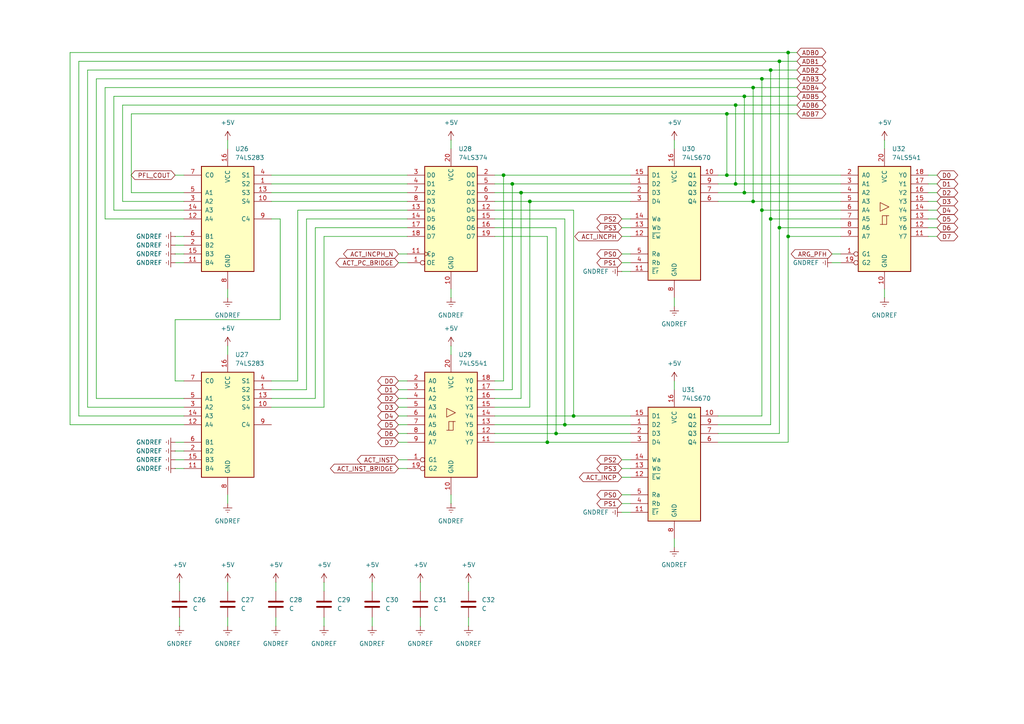
<source format=kicad_sch>
(kicad_sch (version 20250114) (generator "eeschema") (generator_version "9.0")
  (paper "A4")
  (title_block (title "Osnova8 CPU") (date "2025-12-03"))
  (lib_symbols
    (symbol "74xx:74LS283" (pin_names (offset 1.016))
      (property "Reference" "U" (at -7.62 16.51 0))
      (property "Value" "74LS283" (at -7.62 -16.51 0))
      (symbol "74LS283_1_0"
        (pin input line (at -12.7 12.7 0) (length 5.08) (name "C0") (number "7"))
        (pin input line (at -12.7 7.62 0) (length 5.08) (name "A1") (number "5"))
        (pin input line (at -12.7 5.08 0) (length 5.08) (name "A2") (number "3"))
        (pin input line (at -12.7 2.54 0) (length 5.08) (name "A3") (number "14"))
        (pin input line (at -12.7 0 0) (length 5.08) (name "A4") (number "12"))
        (pin input line (at -12.7 -5.08 0) (length 5.08) (name "B1") (number "6"))
        (pin input line (at -12.7 -7.62 0) (length 5.08) (name "B2") (number "2"))
        (pin input line (at -12.7 -10.16 0) (length 5.08) (name "B3") (number "15"))
        (pin input line (at -12.7 -12.7 0) (length 5.08) (name "B4") (number "11"))
        (pin power_in line (at 0 20.32 270) (length 5.08) (name "VCC") (number "16"))
        (pin power_in line (at 0 -20.32 90) (length 5.08) (name "GND") (number "8"))
        (pin output line (at 12.7 12.7 180) (length 5.08) (name "S1") (number "4"))
        (pin output line (at 12.7 10.16 180) (length 5.08) (name "S2") (number "1"))
        (pin output line (at 12.7 7.62 180) (length 5.08) (name "S3") (number "13"))
        (pin output line (at 12.7 5.08 180) (length 5.08) (name "S4") (number "10"))
        (pin output line (at 12.7 0 180) (length 5.08) (name "C4") (number "9"))
      )
      (symbol "74LS283_1_1"
        (rectangle (start -7.62 15.24) (end 7.62 -15.24) (stroke (width 0.254)) (fill (type background)))
      )
    )
    (symbol "74xx:74LS374"
      (property "Reference" "U" (at -7.62 16.51 0))
      (property "Value" "74LS374" (at -7.62 -16.51 0))
      (symbol "74LS374_1_0"
        (pin input line (at -12.7 12.7 0) (length 5.08) (name "D0") (number "3"))
        (pin input line (at -12.7 10.16 0) (length 5.08) (name "D1") (number "4"))
        (pin input line (at -12.7 7.62 0) (length 5.08) (name "D2") (number "7"))
        (pin input line (at -12.7 5.08 0) (length 5.08) (name "D3") (number "8"))
        (pin input line (at -12.7 2.54 0) (length 5.08) (name "D4") (number "13"))
        (pin input line (at -12.7 0 0) (length 5.08) (name "D5") (number "14"))
        (pin input line (at -12.7 -2.54 0) (length 5.08) (name "D6") (number "17"))
        (pin input line (at -12.7 -5.08 0) (length 5.08) (name "D7") (number "18"))
        (pin input clock (at -12.7 -10.16 0) (length 5.08) (name "Cp") (number "11"))
        (pin input inverted (at -12.7 -12.7 0) (length 5.08) (name "OE") (number "1"))
        (pin power_in line (at 0 20.32 270) (length 5.08) (name "VCC") (number "20"))
        (pin power_in line (at 0 -20.32 90) (length 5.08) (name "GND") (number "10"))
        (pin tri_state line (at 12.7 12.7 180) (length 5.08) (name "O0") (number "2"))
        (pin tri_state line (at 12.7 10.16 180) (length 5.08) (name "O1") (number "5"))
        (pin tri_state line (at 12.7 7.62 180) (length 5.08) (name "O2") (number "6"))
        (pin tri_state line (at 12.7 5.08 180) (length 5.08) (name "O3") (number "9"))
        (pin tri_state line (at 12.7 2.54 180) (length 5.08) (name "O4") (number "12"))
        (pin tri_state line (at 12.7 0 180) (length 5.08) (name "O5") (number "15"))
        (pin tri_state line (at 12.7 -2.54 180) (length 5.08) (name "O6") (number "16"))
        (pin tri_state line (at 12.7 -5.08 180) (length 5.08) (name "O7") (number "19"))
      )
      (symbol "74LS374_1_1"
        (rectangle (start -7.62 15.24) (end 7.62 -15.24) (stroke (width 0.254)) (fill (type background)))
      )
    )
    (symbol "74xx:74LS541" (pin_names (offset 1.016))
      (property "Reference" "U" (at -7.62 16.51 0))
      (property "Value" "74LS541" (at -7.62 -16.51 0))
      (symbol "74LS541_1_0"
        (polyline (pts (xy -1.27 -1.6002) (xy 0.635 -1.6002) (xy 0.635 0.9398) (xy 1.27 0.9398)))
        (polyline (pts (xy -0.635 -1.6002) (xy -0.635 0.9398) (xy 0.635 0.9398)))
        (polyline (pts (xy 1.27 3.4798) (xy -1.27 4.7498) (xy -1.27 2.2098) (xy 1.27 3.4798)) (stroke (width 0.1524)))
        (pin input line (at -12.7 12.7 0) (length 5.08) (name "A0") (number "2"))
        (pin input line (at -12.7 10.16 0) (length 5.08) (name "A1") (number "3"))
        (pin input line (at -12.7 7.62 0) (length 5.08) (name "A2") (number "4"))
        (pin input line (at -12.7 5.08 0) (length 5.08) (name "A3") (number "5"))
        (pin input line (at -12.7 2.54 0) (length 5.08) (name "A4") (number "6"))
        (pin input line (at -12.7 0 0) (length 5.08) (name "A5") (number "7"))
        (pin input line (at -12.7 -2.54 0) (length 5.08) (name "A6") (number "8"))
        (pin input line (at -12.7 -5.08 0) (length 5.08) (name "A7") (number "9"))
        (pin input inverted (at -12.7 -10.16 0) (length 5.08) (name "G1") (number "1"))
        (pin input inverted (at -12.7 -12.7 0) (length 5.08) (name "G2") (number "19"))
        (pin power_in line (at 0 20.32 270) (length 5.08) (name "VCC") (number "20"))
        (pin power_in line (at 0 -20.32 90) (length 5.08) (name "GND") (number "10"))
        (pin tri_state line (at 12.7 12.7 180) (length 5.08) (name "Y0") (number "18"))
        (pin tri_state line (at 12.7 10.16 180) (length 5.08) (name "Y1") (number "17"))
        (pin tri_state line (at 12.7 7.62 180) (length 5.08) (name "Y2") (number "16"))
        (pin tri_state line (at 12.7 5.08 180) (length 5.08) (name "Y3") (number "15"))
        (pin tri_state line (at 12.7 2.54 180) (length 5.08) (name "Y4") (number "14"))
        (pin tri_state line (at 12.7 0 180) (length 5.08) (name "Y5") (number "13"))
        (pin tri_state line (at 12.7 -2.54 180) (length 5.08) (name "Y6") (number "12"))
        (pin tri_state line (at 12.7 -5.08 180) (length 5.08) (name "Y7") (number "11"))
      )
      (symbol "74LS541_1_1"
        (rectangle (start -7.62 15.24) (end 7.62 -15.24) (stroke (width 0.254)) (fill (type background)))
      )
    )
    (symbol "74xx:74LS670" (pin_names (offset 1.016))
      (property "Reference" "U" (at -7.62 16.51 0))
      (property "Value" "74LS670" (at -7.62 -19.05 0))
      (symbol "74LS670_1_0"
        (pin input line (at -12.7 12.7 0) (length 5.08) (name "D1") (number "15"))
        (pin input line (at -12.7 10.16 0) (length 5.08) (name "D2") (number "1"))
        (pin input line (at -12.7 7.62 0) (length 5.08) (name "D3") (number "2"))
        (pin input line (at -12.7 5.08 0) (length 5.08) (name "D4") (number "3"))
        (pin input line (at -12.7 0 0) (length 5.08) (name "Wa") (number "14"))
        (pin input line (at -12.7 -2.54 0) (length 5.08) (name "Wb") (number "13"))
        (pin input line (at -12.7 -5.08 0) (length 5.08) (name "~{Ew}") (number "12"))
        (pin input line (at -12.7 -10.16 0) (length 5.08) (name "Ra") (number "5"))
        (pin input line (at -12.7 -12.7 0) (length 5.08) (name "Rb") (number "4"))
        (pin input line (at -12.7 -15.24 0) (length 5.08) (name "~{Er}") (number "11"))
        (pin power_in line (at 0 20.32 270) (length 5.08) (name "VCC") (number "16"))
        (pin power_in line (at 0 -22.86 90) (length 5.08) (name "GND") (number "8"))
        (pin tri_state line (at 12.7 12.7 180) (length 5.08) (name "Q1") (number "10"))
        (pin tri_state line (at 12.7 10.16 180) (length 5.08) (name "Q2") (number "9"))
        (pin tri_state line (at 12.7 7.62 180) (length 5.08) (name "Q3") (number "7"))
        (pin tri_state line (at 12.7 5.08 180) (length 5.08) (name "Q4") (number "6"))
      )
      (symbol "74LS670_1_1"
        (rectangle (start -7.62 15.24) (end 7.62 -17.78) (stroke (width 0.254)) (fill (type background)))
      )
    )
    (symbol "Device:C" (pin_numbers (hide yes)) (pin_names (offset 0.254))
      (property "Reference" "C" (at 0.635 2.54 0))
      (property "Value" "C" (at 0.635 -2.54 0))
      (symbol "C_0_1"
        (polyline (pts (xy -2.032 0.762) (xy 2.032 0.762)) (stroke (width 0.508)))
        (polyline (pts (xy -2.032 -0.762) (xy 2.032 -0.762)) (stroke (width 0.508)))
      )
      (symbol "C_1_1"
        (pin passive line (at 0 3.81 270) (length 2.794) (name "~") (number "1"))
        (pin passive line (at 0 -3.81 90) (length 2.794) (name "~") (number "2"))
      )
    )
    (symbol "power:+5V" (power) (pin_numbers (hide yes)) (pin_names (offset 0) (hide yes))
      (property "Value" "+5V" (at 0 3.556 0))
      (symbol "+5V_0_1"
        (polyline (pts (xy -0.762 1.27) (xy 0 2.54)))
        (polyline (pts (xy 0 2.54) (xy 0.762 1.27)))
        (polyline (pts (xy 0 0) (xy 0 2.54)))
      )
      (symbol "+5V_1_1"
        (pin power_in line (at 0 0 90) (length 0) (name "~") (number "1"))
      )
    )
    (symbol "power:GNDREF" (power) (pin_numbers (hide yes)) (pin_names (offset 0) (hide yes))
      (property "Value" "GNDREF" (at 0 -3.81 0))
      (symbol "GNDREF_0_1"
        (polyline (pts (xy -0.635 -1.905) (xy 0.635 -1.905)))
        (polyline (pts (xy -0.127 -2.54) (xy 0.127 -2.54)))
        (polyline (pts (xy 0 -1.27) (xy 0 0)))
        (polyline (pts (xy 1.27 -1.27) (xy -1.27 -1.27)))
      )
      (symbol "GNDREF_1_1"
        (pin power_in line (at 0 0 270) (length 0) (name "~") (number "1"))
      )
    )
  )
  (junction (at 215.9 27.94))
  (junction (at 220.98 60.96))
  (junction (at 158.75 128.27))
  (junction (at 166.37 120.65))
  (junction (at 213.36 53.34))
  (junction (at 215.9 55.88))
  (junction (at 151.13 55.88))
  (junction (at 220.98 22.86))
  (junction (at 228.6 15.24))
  (junction (at 223.52 20.32))
  (junction (at 146.05 50.8))
  (junction (at 163.83 123.19))
  (junction (at 213.36 30.48))
  (junction (at 148.59 53.34))
  (junction (at 218.44 25.4))
  (junction (at 226.06 66.04))
  (junction (at 210.82 50.8))
  (junction (at 218.44 58.42))
  (junction (at 228.6 68.58))
  (junction (at 210.82 33.02))
  (junction (at 226.06 17.78))
  (junction (at 161.29 125.73))
  (junction (at 223.52 63.5))
  (junction (at 153.67 58.42))
  (wire (pts (xy 135.89 168.91) (xy 135.89 171.45)))
  (wire (pts (xy 143.51 115.57) (xy 151.13 115.57)))
  (wire (pts (xy 241.3 76.2) (xy 243.84 76.2)))
  (wire (pts (xy 33.02 60.96) (xy 33.02 27.94)))
  (wire (pts (xy 91.44 115.57) (xy 78.74 115.57)))
  (wire (pts (xy 50.8 135.89) (xy 53.34 135.89)))
  (wire (pts (xy 115.57 73.66) (xy 118.11 73.66)))
  (wire (pts (xy 33.02 27.94) (xy 215.9 27.94)))
  (wire (pts (xy 146.05 50.8) (xy 146.05 110.49)))
  (wire (pts (xy 93.98 68.58) (xy 118.11 68.58)))
  (wire (pts (xy 195.58 110.49) (xy 195.58 113.03)))
  (wire (pts (xy 180.34 138.43) (xy 182.88 138.43)))
  (wire (pts (xy 121.92 168.91) (xy 121.92 171.45)))
  (wire (pts (xy 226.06 125.73) (xy 226.06 66.04)))
  (wire (pts (xy 115.57 120.65) (xy 118.11 120.65)))
  (wire (pts (xy 78.74 110.49) (xy 86.36 110.49)))
  (wire (pts (xy 25.4 118.11) (xy 25.4 20.32)))
  (wire (pts (xy 161.29 66.04) (xy 161.29 125.73)))
  (wire (pts (xy 256.54 83.82) (xy 256.54 86.36)))
  (wire (pts (xy 81.28 63.5) (xy 81.28 92.71)))
  (wire (pts (xy 271.78 58.42) (xy 269.24 58.42)))
  (wire (pts (xy 148.59 113.03) (xy 148.59 53.34)))
  (wire (pts (xy 88.9 63.5) (xy 118.11 63.5)))
  (wire (pts (xy 66.04 83.82) (xy 66.04 86.36)))
  (wire (pts (xy 223.52 20.32) (xy 223.52 63.5)))
  (wire (pts (xy 143.51 50.8) (xy 146.05 50.8)))
  (wire (pts (xy 50.8 68.58) (xy 53.34 68.58)))
  (wire (pts (xy 210.82 50.8) (xy 210.82 33.02)))
  (wire (pts (xy 130.81 83.82) (xy 130.81 86.36)))
  (wire (pts (xy 228.6 15.24) (xy 20.32 15.24)))
  (wire (pts (xy 180.34 133.35) (xy 182.88 133.35)))
  (wire (pts (xy 35.56 30.48) (xy 35.56 58.42)))
  (wire (pts (xy 50.8 110.49) (xy 53.34 110.49)))
  (wire (pts (xy 180.34 63.5) (xy 182.88 63.5)))
  (wire (pts (xy 148.59 53.34) (xy 182.88 53.34)))
  (wire (pts (xy 53.34 60.96) (xy 33.02 60.96)))
  (wire (pts (xy 166.37 120.65) (xy 182.88 120.65)))
  (wire (pts (xy 78.74 55.88) (xy 118.11 55.88)))
  (wire (pts (xy 158.75 128.27) (xy 182.88 128.27)))
  (wire (pts (xy 78.74 118.11) (xy 93.98 118.11)))
  (wire (pts (xy 115.57 133.35) (xy 118.11 133.35)))
  (wire (pts (xy 163.83 123.19) (xy 182.88 123.19)))
  (wire (pts (xy 180.34 78.74) (xy 182.88 78.74)))
  (wire (pts (xy 135.89 179.07) (xy 135.89 181.61)))
  (wire (pts (xy 27.94 115.57) (xy 53.34 115.57)))
  (wire (pts (xy 50.8 73.66) (xy 53.34 73.66)))
  (wire (pts (xy 81.28 92.71) (xy 50.8 92.71)))
  (wire (pts (xy 163.83 63.5) (xy 163.83 123.19)))
  (wire (pts (xy 208.28 50.8) (xy 210.82 50.8)))
  (wire (pts (xy 115.57 76.2) (xy 118.11 76.2)))
  (wire (pts (xy 66.04 168.91) (xy 66.04 171.45)))
  (wire (pts (xy 208.28 58.42) (xy 218.44 58.42)))
  (wire (pts (xy 220.98 120.65) (xy 220.98 60.96)))
  (wire (pts (xy 151.13 115.57) (xy 151.13 55.88)))
  (wire (pts (xy 213.36 30.48) (xy 231.14 30.48)))
  (wire (pts (xy 208.28 120.65) (xy 220.98 120.65)))
  (wire (pts (xy 228.6 68.58) (xy 243.84 68.58)))
  (wire (pts (xy 143.51 63.5) (xy 163.83 63.5)))
  (wire (pts (xy 22.86 120.65) (xy 53.34 120.65)))
  (wire (pts (xy 143.51 120.65) (xy 166.37 120.65)))
  (wire (pts (xy 271.78 66.04) (xy 269.24 66.04)))
  (wire (pts (xy 50.8 50.8) (xy 53.34 50.8)))
  (wire (pts (xy 86.36 110.49) (xy 86.36 60.96)))
  (wire (pts (xy 130.81 40.64) (xy 130.81 43.18)))
  (wire (pts (xy 115.57 123.19) (xy 118.11 123.19)))
  (wire (pts (xy 107.95 179.07) (xy 107.95 181.61)))
  (wire (pts (xy 180.34 148.59) (xy 182.88 148.59)))
  (wire (pts (xy 53.34 123.19) (xy 20.32 123.19)))
  (wire (pts (xy 86.36 60.96) (xy 118.11 60.96)))
  (wire (pts (xy 93.98 179.07) (xy 93.98 181.61)))
  (wire (pts (xy 218.44 58.42) (xy 218.44 25.4)))
  (wire (pts (xy 50.8 76.2) (xy 53.34 76.2)))
  (wire (pts (xy 52.07 168.91) (xy 52.07 171.45)))
  (wire (pts (xy 208.28 53.34) (xy 213.36 53.34)))
  (wire (pts (xy 226.06 66.04) (xy 226.06 17.78)))
  (wire (pts (xy 271.78 68.58) (xy 269.24 68.58)))
  (wire (pts (xy 118.11 66.04) (xy 91.44 66.04)))
  (wire (pts (xy 223.52 123.19) (xy 208.28 123.19)))
  (wire (pts (xy 78.74 53.34) (xy 118.11 53.34)))
  (wire (pts (xy 25.4 20.32) (xy 223.52 20.32)))
  (wire (pts (xy 180.34 68.58) (xy 182.88 68.58)))
  (wire (pts (xy 91.44 66.04) (xy 91.44 115.57)))
  (wire (pts (xy 143.51 123.19) (xy 163.83 123.19)))
  (wire (pts (xy 208.28 55.88) (xy 215.9 55.88)))
  (wire (pts (xy 241.3 73.66) (xy 243.84 73.66)))
  (wire (pts (xy 121.92 179.07) (xy 121.92 181.61)))
  (wire (pts (xy 153.67 58.42) (xy 182.88 58.42)))
  (wire (pts (xy 27.94 22.86) (xy 220.98 22.86)))
  (wire (pts (xy 22.86 17.78) (xy 22.86 120.65)))
  (wire (pts (xy 50.8 71.12) (xy 53.34 71.12)))
  (wire (pts (xy 50.8 92.71) (xy 50.8 110.49)))
  (wire (pts (xy 20.32 123.19) (xy 20.32 15.24)))
  (wire (pts (xy 153.67 118.11) (xy 153.67 58.42)))
  (wire (pts (xy 228.6 68.58) (xy 228.6 15.24)))
  (wire (pts (xy 143.51 55.88) (xy 151.13 55.88)))
  (wire (pts (xy 180.34 143.51) (xy 182.88 143.51)))
  (wire (pts (xy 38.1 33.02) (xy 38.1 55.88)))
  (wire (pts (xy 35.56 30.48) (xy 213.36 30.48)))
  (wire (pts (xy 115.57 110.49) (xy 118.11 110.49)))
  (wire (pts (xy 130.81 143.51) (xy 130.81 146.05)))
  (wire (pts (xy 210.82 33.02) (xy 231.14 33.02)))
  (wire (pts (xy 271.78 50.8) (xy 269.24 50.8)))
  (wire (pts (xy 218.44 25.4) (xy 231.14 25.4)))
  (wire (pts (xy 143.51 118.11) (xy 153.67 118.11)))
  (wire (pts (xy 146.05 50.8) (xy 182.88 50.8)))
  (wire (pts (xy 30.48 63.5) (xy 53.34 63.5)))
  (wire (pts (xy 213.36 53.34) (xy 243.84 53.34)))
  (wire (pts (xy 143.51 113.03) (xy 148.59 113.03)))
  (wire (pts (xy 143.51 128.27) (xy 158.75 128.27)))
  (wire (pts (xy 35.56 58.42) (xy 53.34 58.42)))
  (wire (pts (xy 115.57 118.11) (xy 118.11 118.11)))
  (wire (pts (xy 115.57 115.57) (xy 118.11 115.57)))
  (wire (pts (xy 143.51 53.34) (xy 148.59 53.34)))
  (wire (pts (xy 143.51 110.49) (xy 146.05 110.49)))
  (wire (pts (xy 143.51 68.58) (xy 158.75 68.58)))
  (wire (pts (xy 161.29 125.73) (xy 182.88 125.73)))
  (wire (pts (xy 50.8 133.35) (xy 53.34 133.35)))
  (wire (pts (xy 226.06 66.04) (xy 243.84 66.04)))
  (wire (pts (xy 115.57 125.73) (xy 118.11 125.73)))
  (wire (pts (xy 215.9 27.94) (xy 231.14 27.94)))
  (wire (pts (xy 66.04 100.33) (xy 66.04 102.87)))
  (wire (pts (xy 22.86 17.78) (xy 226.06 17.78)))
  (wire (pts (xy 151.13 55.88) (xy 182.88 55.88)))
  (wire (pts (xy 195.58 156.21) (xy 195.58 158.75)))
  (wire (pts (xy 30.48 25.4) (xy 30.48 63.5)))
  (wire (pts (xy 50.8 128.27) (xy 53.34 128.27)))
  (wire (pts (xy 180.34 146.05) (xy 182.88 146.05)))
  (wire (pts (xy 143.51 125.73) (xy 161.29 125.73)))
  (wire (pts (xy 78.74 58.42) (xy 118.11 58.42)))
  (wire (pts (xy 53.34 118.11) (xy 25.4 118.11)))
  (wire (pts (xy 215.9 27.94) (xy 215.9 55.88)))
  (wire (pts (xy 78.74 113.03) (xy 88.9 113.03)))
  (wire (pts (xy 220.98 60.96) (xy 243.84 60.96)))
  (wire (pts (xy 220.98 22.86) (xy 231.14 22.86)))
  (wire (pts (xy 223.52 63.5) (xy 223.52 123.19)))
  (wire (pts (xy 271.78 60.96) (xy 269.24 60.96)))
  (wire (pts (xy 256.54 40.64) (xy 256.54 43.18)))
  (wire (pts (xy 195.58 40.64) (xy 195.58 43.18)))
  (wire (pts (xy 220.98 60.96) (xy 220.98 22.86)))
  (wire (pts (xy 226.06 17.78) (xy 231.14 17.78)))
  (wire (pts (xy 80.01 179.07) (xy 80.01 181.61)))
  (wire (pts (xy 27.94 22.86) (xy 27.94 115.57)))
  (wire (pts (xy 38.1 33.02) (xy 210.82 33.02)))
  (wire (pts (xy 93.98 118.11) (xy 93.98 68.58)))
  (wire (pts (xy 180.34 73.66) (xy 182.88 73.66)))
  (wire (pts (xy 180.34 135.89) (xy 182.88 135.89)))
  (wire (pts (xy 180.34 76.2) (xy 182.88 76.2)))
  (wire (pts (xy 215.9 55.88) (xy 243.84 55.88)))
  (wire (pts (xy 66.04 40.64) (xy 66.04 43.18)))
  (wire (pts (xy 166.37 60.96) (xy 166.37 120.65)))
  (wire (pts (xy 115.57 128.27) (xy 118.11 128.27)))
  (wire (pts (xy 271.78 55.88) (xy 269.24 55.88)))
  (wire (pts (xy 78.74 50.8) (xy 118.11 50.8)))
  (wire (pts (xy 228.6 128.27) (xy 228.6 68.58)))
  (wire (pts (xy 158.75 68.58) (xy 158.75 128.27)))
  (wire (pts (xy 93.98 168.91) (xy 93.98 171.45)))
  (wire (pts (xy 115.57 113.03) (xy 118.11 113.03)))
  (wire (pts (xy 66.04 143.51) (xy 66.04 146.05)))
  (wire (pts (xy 81.28 63.5) (xy 78.74 63.5)))
  (wire (pts (xy 208.28 128.27) (xy 228.6 128.27)))
  (wire (pts (xy 228.6 15.24) (xy 231.14 15.24)))
  (wire (pts (xy 210.82 50.8) (xy 243.84 50.8)))
  (wire (pts (xy 180.34 66.04) (xy 182.88 66.04)))
  (wire (pts (xy 50.8 130.81) (xy 53.34 130.81)))
  (wire (pts (xy 143.51 60.96) (xy 166.37 60.96)))
  (wire (pts (xy 130.81 100.33) (xy 130.81 102.87)))
  (wire (pts (xy 143.51 58.42) (xy 153.67 58.42)))
  (wire (pts (xy 143.51 66.04) (xy 161.29 66.04)))
  (wire (pts (xy 271.78 53.34) (xy 269.24 53.34)))
  (wire (pts (xy 38.1 55.88) (xy 53.34 55.88)))
  (wire (pts (xy 195.58 86.36) (xy 195.58 88.9)))
  (wire (pts (xy 218.44 58.42) (xy 243.84 58.42)))
  (wire (pts (xy 223.52 63.5) (xy 243.84 63.5)))
  (wire (pts (xy 115.57 135.89) (xy 118.11 135.89)))
  (wire (pts (xy 107.95 168.91) (xy 107.95 171.45)))
  (wire (pts (xy 271.78 63.5) (xy 269.24 63.5)))
  (wire (pts (xy 213.36 53.34) (xy 213.36 30.48)))
  (wire (pts (xy 52.07 179.07) (xy 52.07 181.61)))
  (wire (pts (xy 66.04 179.07) (xy 66.04 181.61)))
  (wire (pts (xy 88.9 113.03) (xy 88.9 63.5)))
  (wire (pts (xy 80.01 168.91) (xy 80.01 171.45)))
  (wire (pts (xy 223.52 20.32) (xy 231.14 20.32)))
  (wire (pts (xy 218.44 25.4) (xy 30.48 25.4)))
  (wire (pts (xy 208.28 125.73) (xy 226.06 125.73)))
  (global_label "ACT_INCP" (shape bidirectional) (at 180.34 138.43 180) (property "Intersheetrefs" "${INTERSHEET_REFS}" (effects (hide yes))))
  (global_label "D7" (shape bidirectional) (at 271.78 68.58 0) (property "Intersheetrefs" "${INTERSHEET_REFS}" (effects (hide yes))))
  (global_label "ADB7" (shape bidirectional) (at 231.14 33.02 0) (property "Intersheetrefs" "${INTERSHEET_REFS}" (effects (hide yes))))
  (global_label "ADB1" (shape bidirectional) (at 231.14 17.78 0) (property "Intersheetrefs" "${INTERSHEET_REFS}" (effects (hide yes))))
  (global_label "D7" (shape bidirectional) (at 115.57 128.27 180) (property "Intersheetrefs" "${INTERSHEET_REFS}" (effects (hide yes))))
  (global_label "PS0" (shape bidirectional) (at 180.34 73.66 180) (property "Intersheetrefs" "${INTERSHEET_REFS}" (effects (hide yes))))
  (global_label "ACT_INCPH_N" (shape bidirectional) (at 115.57 73.66 180) (property "Intersheetrefs" "${INTERSHEET_REFS}" (effects (hide yes))))
  (global_label "D4" (shape bidirectional) (at 271.78 60.96 0) (property "Intersheetrefs" "${INTERSHEET_REFS}" (effects (hide yes))))
  (global_label "PS2" (shape bidirectional) (at 180.34 63.5 180) (property "Intersheetrefs" "${INTERSHEET_REFS}" (effects (hide yes))))
  (global_label "D2" (shape bidirectional) (at 115.57 115.57 180) (property "Intersheetrefs" "${INTERSHEET_REFS}" (effects (hide yes))))
  (global_label "ACT_INST_BRIDGE" (shape bidirectional) (at 115.57 135.89 180) (property "Intersheetrefs" "${INTERSHEET_REFS}" (effects (hide yes))))
  (global_label "D1" (shape bidirectional) (at 115.57 113.03 180) (property "Intersheetrefs" "${INTERSHEET_REFS}" (effects (hide yes))))
  (global_label "D2" (shape bidirectional) (at 271.78 55.88 0) (property "Intersheetrefs" "${INTERSHEET_REFS}" (effects (hide yes))))
  (global_label "ADB3" (shape bidirectional) (at 231.14 22.86 0) (property "Intersheetrefs" "${INTERSHEET_REFS}" (effects (hide yes))))
  (global_label "ADB2" (shape bidirectional) (at 231.14 20.32 0) (property "Intersheetrefs" "${INTERSHEET_REFS}" (effects (hide yes))))
  (global_label "D5" (shape bidirectional) (at 115.57 123.19 180) (property "Intersheetrefs" "${INTERSHEET_REFS}" (effects (hide yes))))
  (global_label "D4" (shape bidirectional) (at 115.57 120.65 180) (property "Intersheetrefs" "${INTERSHEET_REFS}" (effects (hide yes))))
  (global_label "ACT_INST" (shape bidirectional) (at 115.57 133.35 180) (property "Intersheetrefs" "${INTERSHEET_REFS}" (effects (hide yes))))
  (global_label "ACT_INCPH" (shape bidirectional) (at 180.34 68.58 180) (property "Intersheetrefs" "${INTERSHEET_REFS}" (effects (hide yes))))
  (global_label "D1" (shape bidirectional) (at 271.78 53.34 0) (property "Intersheetrefs" "${INTERSHEET_REFS}" (effects (hide yes))))
  (global_label "PS3" (shape bidirectional) (at 180.34 135.89 180) (property "Intersheetrefs" "${INTERSHEET_REFS}" (effects (hide yes))))
  (global_label "ADB5" (shape bidirectional) (at 231.14 27.94 0) (property "Intersheetrefs" "${INTERSHEET_REFS}" (effects (hide yes))))
  (global_label "D6" (shape bidirectional) (at 115.57 125.73 180) (property "Intersheetrefs" "${INTERSHEET_REFS}" (effects (hide yes))))
  (global_label "PS1" (shape bidirectional) (at 180.34 146.05 180) (property "Intersheetrefs" "${INTERSHEET_REFS}" (effects (hide yes))))
  (global_label "D0" (shape bidirectional) (at 115.57 110.49 180) (property "Intersheetrefs" "${INTERSHEET_REFS}" (effects (hide yes))))
  (global_label "ACT_PC_BRIDGE" (shape bidirectional) (at 115.57 76.2 180) (property "Intersheetrefs" "${INTERSHEET_REFS}" (effects (hide yes))))
  (global_label "D6" (shape bidirectional) (at 271.78 66.04 0) (property "Intersheetrefs" "${INTERSHEET_REFS}" (effects (hide yes))))
  (global_label "PS2" (shape bidirectional) (at 180.34 133.35 180) (property "Intersheetrefs" "${INTERSHEET_REFS}" (effects (hide yes))))
  (global_label "PS1" (shape bidirectional) (at 180.34 76.2 180) (property "Intersheetrefs" "${INTERSHEET_REFS}" (effects (hide yes))))
  (global_label "D0" (shape bidirectional) (at 271.78 50.8 0) (property "Intersheetrefs" "${INTERSHEET_REFS}" (effects (hide yes))))
  (global_label "ADB4" (shape bidirectional) (at 231.14 25.4 0) (property "Intersheetrefs" "${INTERSHEET_REFS}" (effects (hide yes))))
  (global_label "ARG_PFH" (shape bidirectional) (at 241.3 73.66 180) (property "Intersheetrefs" "${INTERSHEET_REFS}" (effects (hide yes))))
  (global_label "ADB6" (shape bidirectional) (at 231.14 30.48 0) (property "Intersheetrefs" "${INTERSHEET_REFS}" (effects (hide yes))))
  (global_label "D3" (shape bidirectional) (at 115.57 118.11 180) (property "Intersheetrefs" "${INTERSHEET_REFS}" (effects (hide yes))))
  (global_label "PS3" (shape bidirectional) (at 180.34 66.04 180) (property "Intersheetrefs" "${INTERSHEET_REFS}" (effects (hide yes))))
  (global_label "D3" (shape bidirectional) (at 271.78 58.42 0) (property "Intersheetrefs" "${INTERSHEET_REFS}" (effects (hide yes))))
  (global_label "PFL_COUT" (shape bidirectional) (at 50.8 50.8 180) (property "Intersheetrefs" "${INTERSHEET_REFS}" (effects (hide yes))))
  (global_label "ADB0" (shape bidirectional) (at 231.14 15.24 0) (property "Intersheetrefs" "${INTERSHEET_REFS}" (effects (hide yes))))
  (global_label "D5" (shape bidirectional) (at 271.78 63.5 0) (property "Intersheetrefs" "${INTERSHEET_REFS}" (effects (hide yes))))
  (global_label "PS0" (shape bidirectional) (at 180.34 143.51 180) (property "Intersheetrefs" "${INTERSHEET_REFS}" (effects (hide yes))))
  (symbol (lib_id "power:+5V") (at 80.01 168.91 0) (unit 1)
    (property "Reference" "#PWR0152" (effects (hide yes)))
    (property "Value" "+5V" (at 80.01 163.83 0))
    (property "Description" "Power symbol creates a global label with name \"+5V\"" (effects (hide yes)))
  )
  (symbol (lib_id "power:GNDREF") (at 50.8 128.27 270) (unit 1)
    (property "Reference" "#PWR0140" (effects (hide yes)))
    (property "Value" "GNDREF" (at 47.0353 128.2699 90) (effects (justify right)))
    (property "Description" "Power symbol creates a global label with name \"GNDREF\" , reference supply ground" (effects (hide yes)))
  )
  (symbol (lib_id "power:GNDREF") (at 80.01 181.61 0) (unit 1)
    (property "Reference" "#PWR0153" (effects (hide yes)))
    (property "Value" "GNDREF" (at 80.01 186.69 0))
    (property "Description" "Power symbol creates a global label with name \"GNDREF\" , reference supply ground" (effects (hide yes)))
  )
  (symbol (lib_id "power:GNDREF") (at 107.95 181.61 0) (unit 1)
    (property "Reference" "#PWR0157" (effects (hide yes)))
    (property "Value" "GNDREF" (at 107.95 186.69 0))
    (property "Description" "Power symbol creates a global label with name \"GNDREF\" , reference supply ground" (effects (hide yes)))
  )
  (symbol (lib_id "power:GNDREF") (at 52.07 181.61 0) (unit 1)
    (property "Reference" "#PWR0145" (effects (hide yes)))
    (property "Value" "GNDREF" (at 52.07 186.69 0))
    (property "Description" "Power symbol creates a global label with name \"GNDREF\" , reference supply ground" (effects (hide yes)))
  )
  (symbol (lib_id "power:+5V") (at 107.95 168.91 0) (unit 1)
    (property "Reference" "#PWR0156" (effects (hide yes)))
    (property "Value" "+5V" (at 107.95 163.83 0))
    (property "Description" "Power symbol creates a global label with name \"+5V\"" (effects (hide yes)))
  )
  (symbol (lib_id "Device:C") (at 66.04 175.26 0) (unit 1)
    (property "Reference" "C27" (at 69.85 173.9899 0) (effects (justify left)))
    (property "Value" "C" (at 69.85 176.5299 0) (effects (justify left)))
    (property "Description" "Unpolarized capacitor" (effects (hide yes)))
  )
  (symbol (lib_id "74xx:74LS541") (at 130.81 123.19 0) (unit 1)
    (property "Reference" "U29" (at 132.9533 102.87 0) (effects (justify left)))
    (property "Value" "74LS541" (at 132.9533 105.41 0) (effects (justify left)))
    (property "Datasheet" "http://www.ti.com/lit/gpn/sn74LS541" (effects (hide yes)))
    (property "Description" "8-bit Buffer/Line Driver 3-state outputs" (effects (hide yes)))
  )
  (symbol (lib_id "power:+5V") (at 121.92 168.91 0) (unit 1)
    (property "Reference" "#PWR0158" (effects (hide yes)))
    (property "Value" "+5V" (at 121.92 163.83 0))
    (property "Description" "Power symbol creates a global label with name \"+5V\"" (effects (hide yes)))
  )
  (symbol (lib_id "power:GNDREF") (at 50.8 135.89 270) (unit 1)
    (property "Reference" "#PWR0143" (effects (hide yes)))
    (property "Value" "GNDREF" (at 47.0353 135.8899 90) (effects (justify right)))
    (property "Description" "Power symbol creates a global label with name \"GNDREF\" , reference supply ground" (effects (hide yes)))
  )
  (symbol (lib_id "74xx:74LS670") (at 195.58 63.5 0) (unit 1)
    (property "Reference" "U30" (at 197.7233 43.18 0) (effects (justify left)))
    (property "Value" "74LS670" (at 197.7233 45.72 0) (effects (justify left)))
    (property "Datasheet" "http://www.ti.com/lit/gpn/sn74LS670" (effects (hide yes)))
    (property "Description" "4 x 4 Register Files 3-State Outputs" (effects (hide yes)))
  )
  (symbol (lib_id "Device:C") (at 93.98 175.26 0) (unit 1)
    (property "Reference" "C29" (at 97.79 173.9899 0) (effects (justify left)))
    (property "Value" "C" (at 97.79 176.5299 0) (effects (justify left)))
    (property "Description" "Unpolarized capacitor" (effects (hide yes)))
  )
  (symbol (lib_id "power:GNDREF") (at 50.8 68.58 270) (unit 1)
    (property "Reference" "#PWR0136" (effects (hide yes)))
    (property "Value" "GNDREF" (at 47.0353 68.5799 90) (effects (justify right)))
    (property "Description" "Power symbol creates a global label with name \"GNDREF\" , reference supply ground" (effects (hide yes)))
  )
  (symbol (lib_id "Device:C") (at 52.07 175.26 0) (unit 1)
    (property "Reference" "C26" (at 55.88 173.9899 0) (effects (justify left)))
    (property "Value" "C" (at 55.88 176.5299 0) (effects (justify left)))
    (property "Description" "Unpolarized capacitor" (effects (hide yes)))
  )
  (symbol (lib_id "power:GNDREF") (at 195.58 88.9 0) (unit 1)
    (property "Reference" "#PWR0169" (effects (hide yes)))
    (property "Value" "GNDREF" (at 195.58 93.98 0))
    (property "Description" "Power symbol creates a global label with name \"GNDREF\" , reference supply ground" (effects (hide yes)))
  )
  (symbol (lib_id "power:+5V") (at 130.81 100.33 0) (unit 1)
    (property "Reference" "#PWR0162" (effects (hide yes)))
    (property "Value" "+5V" (at 130.81 95.25 0))
    (property "Description" "Power symbol creates a global label with name \"+5V\"" (effects (hide yes)))
  )
  (symbol (lib_id "power:+5V") (at 135.89 168.91 0) (unit 1)
    (property "Reference" "#PWR0164" (effects (hide yes)))
    (property "Value" "+5V" (at 135.89 163.83 0))
    (property "Description" "Power symbol creates a global label with name \"+5V\"" (effects (hide yes)))
  )
  (symbol (lib_id "74xx:74LS541") (at 256.54 63.5 0) (unit 1)
    (property "Reference" "U32" (at 258.6833 43.18 0) (effects (justify left)))
    (property "Value" "74LS541" (at 258.6833 45.72 0) (effects (justify left)))
    (property "Datasheet" "http://www.ti.com/lit/gpn/sn74LS541" (effects (hide yes)))
    (property "Description" "8-bit Buffer/Line Driver 3-state outputs" (effects (hide yes)))
  )
  (symbol (lib_id "power:+5V") (at 66.04 40.64 0) (unit 1)
    (property "Reference" "#PWR0146" (effects (hide yes)))
    (property "Value" "+5V" (at 66.04 35.56 0))
    (property "Description" "Power symbol creates a global label with name \"+5V\"" (effects (hide yes)))
  )
  (symbol (lib_id "Device:C") (at 80.01 175.26 0) (unit 1)
    (property "Reference" "C28" (at 83.82 173.9899 0) (effects (justify left)))
    (property "Value" "C" (at 83.82 176.5299 0) (effects (justify left)))
    (property "Description" "Unpolarized capacitor" (effects (hide yes)))
  )
  (symbol (lib_id "power:GNDREF") (at 50.8 73.66 270) (unit 1)
    (property "Reference" "#PWR0138" (effects (hide yes)))
    (property "Value" "GNDREF" (at 47.0353 73.6599 90) (effects (justify right)))
    (property "Description" "Power symbol creates a global label with name \"GNDREF\" , reference supply ground" (effects (hide yes)))
  )
  (symbol (lib_id "power:GNDREF") (at 256.54 86.36 0) (unit 1)
    (property "Reference" "#PWR0174" (effects (hide yes)))
    (property "Value" "GNDREF" (at 256.54 91.44 0))
    (property "Description" "Power symbol creates a global label with name \"GNDREF\" , reference supply ground" (effects (hide yes)))
  )
  (symbol (lib_id "Device:C") (at 135.89 175.26 0) (unit 1)
    (property "Reference" "C32" (at 139.7 173.9899 0) (effects (justify left)))
    (property "Value" "C" (at 139.7 176.5299 0) (effects (justify left)))
    (property "Description" "Unpolarized capacitor" (effects (hide yes)))
  )
  (symbol (lib_id "power:+5V") (at 93.98 168.91 0) (unit 1)
    (property "Reference" "#PWR0154" (effects (hide yes)))
    (property "Value" "+5V" (at 93.98 163.83 0))
    (property "Description" "Power symbol creates a global label with name \"+5V\"" (effects (hide yes)))
  )
  (symbol (lib_id "74xx:74LS283") (at 66.04 63.5 0) (unit 1)
    (property "Reference" "U26" (at 68.1833 43.18 0) (effects (justify left)))
    (property "Value" "74LS283" (at 68.1833 45.72 0) (effects (justify left)))
    (property "Datasheet" "http://www.ti.com/lit/gpn/sn74LS283" (effects (hide yes)))
    (property "Description" "4-bit full Adder" (effects (hide yes)))
  )
  (symbol (lib_id "power:GNDREF") (at 66.04 146.05 0) (unit 1)
    (property "Reference" "#PWR0149" (effects (hide yes)))
    (property "Value" "GNDREF" (at 66.04 151.13 0))
    (property "Description" "Power symbol creates a global label with name \"GNDREF\" , reference supply ground" (effects (hide yes)))
  )
  (symbol (lib_id "power:GNDREF") (at 50.8 71.12 270) (unit 1)
    (property "Reference" "#PWR0137" (effects (hide yes)))
    (property "Value" "GNDREF" (at 47.0353 71.1199 90) (effects (justify right)))
    (property "Description" "Power symbol creates a global label with name \"GNDREF\" , reference supply ground" (effects (hide yes)))
  )
  (symbol (lib_id "power:+5V") (at 130.81 40.64 0) (unit 1)
    (property "Reference" "#PWR0160" (effects (hide yes)))
    (property "Value" "+5V" (at 130.81 35.56 0))
    (property "Description" "Power symbol creates a global label with name \"+5V\"" (effects (hide yes)))
  )
  (symbol (lib_id "power:GNDREF") (at 66.04 181.61 0) (unit 1)
    (property "Reference" "#PWR0151" (effects (hide yes)))
    (property "Value" "GNDREF" (at 66.04 186.69 0))
    (property "Description" "Power symbol creates a global label with name \"GNDREF\" , reference supply ground" (effects (hide yes)))
  )
  (symbol (lib_id "power:GNDREF") (at 180.34 148.59 270) (unit 1)
    (property "Reference" "#PWR0167" (effects (hide yes)))
    (property "Value" "GNDREF" (at 176.5753 148.5899 90) (effects (justify right)))
    (property "Description" "Power symbol creates a global label with name \"GNDREF\" , reference supply ground" (effects (hide yes)))
  )
  (symbol (lib_id "power:+5V") (at 52.07 168.91 0) (unit 1)
    (property "Reference" "#PWR0144" (effects (hide yes)))
    (property "Value" "+5V" (at 52.07 163.83 0))
    (property "Description" "Power symbol creates a global label with name \"+5V\"" (effects (hide yes)))
  )
  (symbol (lib_id "power:GNDREF") (at 180.34 78.74 270) (unit 1)
    (property "Reference" "#PWR0166" (effects (hide yes)))
    (property "Value" "GNDREF" (at 176.5753 78.7399 90) (effects (justify right)))
    (property "Description" "Power symbol creates a global label with name \"GNDREF\" , reference supply ground" (effects (hide yes)))
  )
  (symbol (lib_id "power:GNDREF") (at 130.81 86.36 0) (unit 1)
    (property "Reference" "#PWR0161" (effects (hide yes)))
    (property "Value" "GNDREF" (at 130.81 91.44 0))
    (property "Description" "Power symbol creates a global label with name \"GNDREF\" , reference supply ground" (effects (hide yes)))
  )
  (symbol (lib_id "power:GNDREF") (at 50.8 76.2 270) (unit 1)
    (property "Reference" "#PWR0139" (effects (hide yes)))
    (property "Value" "GNDREF" (at 47.0353 76.1999 90) (effects (justify right)))
    (property "Description" "Power symbol creates a global label with name \"GNDREF\" , reference supply ground" (effects (hide yes)))
  )
  (symbol (lib_id "power:GNDREF") (at 121.92 181.61 0) (unit 1)
    (property "Reference" "#PWR0159" (effects (hide yes)))
    (property "Value" "GNDREF" (at 121.92 186.69 0))
    (property "Description" "Power symbol creates a global label with name \"GNDREF\" , reference supply ground" (effects (hide yes)))
  )
  (symbol (lib_id "power:GNDREF") (at 195.58 158.75 0) (unit 1)
    (property "Reference" "#PWR0171" (effects (hide yes)))
    (property "Value" "GNDREF" (at 195.58 163.83 0))
    (property "Description" "Power symbol creates a global label with name \"GNDREF\" , reference supply ground" (effects (hide yes)))
  )
  (symbol (lib_id "power:GNDREF") (at 50.8 130.81 270) (unit 1)
    (property "Reference" "#PWR0141" (effects (hide yes)))
    (property "Value" "GNDREF" (at 47.0353 130.8099 90) (effects (justify right)))
    (property "Description" "Power symbol creates a global label with name \"GNDREF\" , reference supply ground" (effects (hide yes)))
  )
  (symbol (lib_id "power:GNDREF") (at 241.3 76.2 270) (unit 1)
    (property "Reference" "#PWR0172" (effects (hide yes)))
    (property "Value" "GNDREF" (at 237.5353 76.1999 90) (effects (justify right)))
    (property "Description" "Power symbol creates a global label with name \"GNDREF\" , reference supply ground" (effects (hide yes)))
  )
  (symbol (lib_id "Device:C") (at 107.95 175.26 0) (unit 1)
    (property "Reference" "C30" (at 111.76 173.9899 0) (effects (justify left)))
    (property "Value" "C" (at 111.76 176.5299 0) (effects (justify left)))
    (property "Description" "Unpolarized capacitor" (effects (hide yes)))
  )
  (symbol (lib_id "power:+5V") (at 256.54 40.64 0) (unit 1)
    (property "Reference" "#PWR0173" (effects (hide yes)))
    (property "Value" "+5V" (at 256.54 35.56 0))
    (property "Description" "Power symbol creates a global label with name \"+5V\"" (effects (hide yes)))
  )
  (symbol (lib_id "74xx:74LS670") (at 195.58 133.35 0) (unit 1)
    (property "Reference" "U31" (at 197.7233 113.03 0) (effects (justify left)))
    (property "Value" "74LS670" (at 197.7233 115.57 0) (effects (justify left)))
    (property "Datasheet" "http://www.ti.com/lit/gpn/sn74LS670" (effects (hide yes)))
    (property "Description" "4 x 4 Register Files 3-State Outputs" (effects (hide yes)))
  )
  (symbol (lib_id "power:+5V") (at 195.58 110.49 0) (unit 1)
    (property "Reference" "#PWR0170" (effects (hide yes)))
    (property "Value" "+5V" (at 195.58 105.41 0))
    (property "Description" "Power symbol creates a global label with name \"+5V\"" (effects (hide yes)))
  )
  (symbol (lib_id "74xx:74LS374") (at 130.81 63.5 0) (unit 1)
    (property "Reference" "U28" (at 132.9533 43.18 0) (effects (justify left)))
    (property "Value" "74LS374" (at 132.9533 45.72 0) (effects (justify left)))
    (property "Datasheet" "http://www.ti.com/lit/gpn/sn74LS374" (effects (hide yes)))
    (property "Description" "8-bit Register, 3-state outputs" (effects (hide yes)))
  )
  (symbol (lib_id "power:GNDREF") (at 66.04 86.36 0) (unit 1)
    (property "Reference" "#PWR0147" (effects (hide yes)))
    (property "Value" "GNDREF" (at 66.04 91.44 0))
    (property "Description" "Power symbol creates a global label with name \"GNDREF\" , reference supply ground" (effects (hide yes)))
  )
  (symbol (lib_id "power:GNDREF") (at 135.89 181.61 0) (unit 1)
    (property "Reference" "#PWR0165" (effects (hide yes)))
    (property "Value" "GNDREF" (at 135.89 186.69 0))
    (property "Description" "Power symbol creates a global label with name \"GNDREF\" , reference supply ground" (effects (hide yes)))
  )
  (symbol (lib_id "power:GNDREF") (at 50.8 133.35 270) (unit 1)
    (property "Reference" "#PWR0142" (effects (hide yes)))
    (property "Value" "GNDREF" (at 47.0353 133.3499 90) (effects (justify right)))
    (property "Description" "Power symbol creates a global label with name \"GNDREF\" , reference supply ground" (effects (hide yes)))
  )
  (symbol (lib_id "74xx:74LS283") (at 66.04 123.19 0) (unit 1)
    (property "Reference" "U27" (at 68.1833 102.87 0) (effects (justify left)))
    (property "Value" "74LS283" (at 68.1833 105.41 0) (effects (justify left)))
    (property "Datasheet" "http://www.ti.com/lit/gpn/sn74LS283" (effects (hide yes)))
    (property "Description" "4-bit full Adder" (effects (hide yes)))
  )
  (symbol (lib_id "Device:C") (at 121.92 175.26 0) (unit 1)
    (property "Reference" "C31" (at 125.73 173.9899 0) (effects (justify left)))
    (property "Value" "C" (at 125.73 176.5299 0) (effects (justify left)))
    (property "Description" "Unpolarized capacitor" (effects (hide yes)))
  )
  (symbol (lib_id "power:GNDREF") (at 130.81 146.05 0) (unit 1)
    (property "Reference" "#PWR0163" (effects (hide yes)))
    (property "Value" "GNDREF" (at 130.81 151.13 0))
    (property "Description" "Power symbol creates a global label with name \"GNDREF\" , reference supply ground" (effects (hide yes)))
  )
  (symbol (lib_id "power:GNDREF") (at 93.98 181.61 0) (unit 1)
    (property "Reference" "#PWR0155" (effects (hide yes)))
    (property "Value" "GNDREF" (at 93.98 186.69 0))
    (property "Description" "Power symbol creates a global label with name \"GNDREF\" , reference supply ground" (effects (hide yes)))
  )
  (symbol (lib_id "power:+5V") (at 66.04 100.33 0) (unit 1)
    (property "Reference" "#PWR0148" (effects (hide yes)))
    (property "Value" "+5V" (at 66.04 95.25 0))
    (property "Description" "Power symbol creates a global label with name \"+5V\"" (effects (hide yes)))
  )
  (symbol (lib_id "power:+5V") (at 66.04 168.91 0) (unit 1)
    (property "Reference" "#PWR0150" (effects (hide yes)))
    (property "Value" "+5V" (at 66.04 163.83 0))
    (property "Description" "Power symbol creates a global label with name \"+5V\"" (effects (hide yes)))
  )
  (symbol (lib_id "power:+5V") (at 195.58 40.64 0) (unit 1)
    (property "Reference" "#PWR0168" (effects (hide yes)))
    (property "Value" "+5V" (at 195.58 35.56 0))
    (property "Description" "Power symbol creates a global label with name \"+5V\"" (effects (hide yes)))
  )
)
</source>
